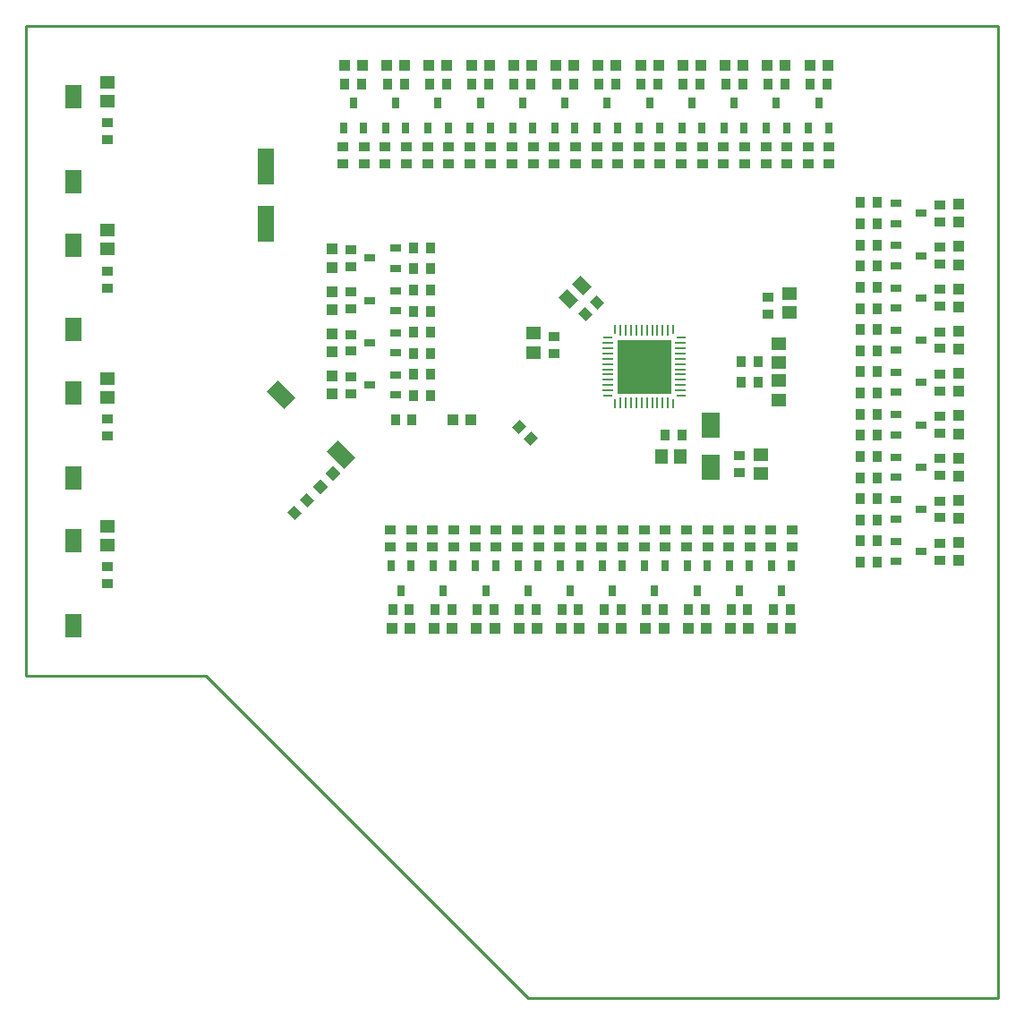
<source format=gtp>
G04*
G04 #@! TF.GenerationSoftware,Altium Limited,Altium Designer,19.1.8 (144)*
G04*
G04 Layer_Color=8421504*
%FSLAX24Y24*%
%MOIN*%
G70*
G01*
G75*
%ADD11C,0.0100*%
%ADD20R,0.2008X0.2008*%
%ADD21O,0.0098X0.0374*%
%ADD22O,0.0098X0.0413*%
%ADD23O,0.0374X0.0098*%
%ADD24O,0.0413X0.0098*%
%ADD25R,0.0571X0.0453*%
%ADD26R,0.0394X0.0354*%
%ADD27R,0.0354X0.0394*%
%ADD28R,0.0394X0.0394*%
%ADD29R,0.0315X0.0394*%
%ADD30R,0.0591X0.0906*%
G04:AMPARAMS|DCode=31|XSize=39.4mil|YSize=35.4mil|CornerRadius=0mil|HoleSize=0mil|Usage=FLASHONLY|Rotation=135.000|XOffset=0mil|YOffset=0mil|HoleType=Round|Shape=Rectangle|*
%AMROTATEDRECTD31*
4,1,4,0.0264,-0.0014,0.0014,-0.0264,-0.0264,0.0014,-0.0014,0.0264,0.0264,-0.0014,0.0*
%
%ADD31ROTATEDRECTD31*%

G04:AMPARAMS|DCode=32|XSize=39.4mil|YSize=35.4mil|CornerRadius=0mil|HoleSize=0mil|Usage=FLASHONLY|Rotation=225.000|XOffset=0mil|YOffset=0mil|HoleType=Round|Shape=Rectangle|*
%AMROTATEDRECTD32*
4,1,4,0.0014,0.0264,0.0264,0.0014,-0.0014,-0.0264,-0.0264,-0.0014,0.0014,0.0264,0.0*
%
%ADD32ROTATEDRECTD32*%

%ADD33P,0.0557X4X90.0*%
G04:AMPARAMS|DCode=34|XSize=90.6mil|YSize=59.1mil|CornerRadius=0mil|HoleSize=0mil|Usage=FLASHONLY|Rotation=315.000|XOffset=0mil|YOffset=0mil|HoleType=Round|Shape=Rectangle|*
%AMROTATEDRECTD34*
4,1,4,-0.0529,0.0111,-0.0111,0.0529,0.0529,-0.0111,0.0111,-0.0529,-0.0529,0.0111,0.0*
%
%ADD34ROTATEDRECTD34*%

%ADD35R,0.0669X0.0965*%
G04:AMPARAMS|DCode=36|XSize=57.1mil|YSize=45.3mil|CornerRadius=0mil|HoleSize=0mil|Usage=FLASHONLY|Rotation=135.000|XOffset=0mil|YOffset=0mil|HoleType=Round|Shape=Rectangle|*
%AMROTATEDRECTD36*
4,1,4,0.0362,-0.0042,0.0042,-0.0362,-0.0362,0.0042,-0.0042,0.0362,0.0362,-0.0042,0.0*
%
%ADD36ROTATEDRECTD36*%

%ADD37R,0.0453X0.0571*%
%ADD38R,0.0630X0.1378*%
%ADD39R,0.0394X0.0315*%
%ADD40R,0.0394X0.0394*%
D11*
X0Y36220D02*
X36220D01*
X-0Y12008D02*
X0Y36220D01*
X36220Y0D02*
X36220Y36220D01*
X-0Y12008D02*
X6705Y12008D01*
X18713Y-0D02*
X36220Y0D01*
X6705Y12008D02*
X18713Y-0D01*
D20*
X23031Y23524D02*
D03*
D21*
X21949Y24892D02*
D03*
X24114D02*
D03*
Y22156D02*
D03*
X21949D02*
D03*
D22*
X22146Y24872D02*
D03*
X22343D02*
D03*
X22539D02*
D03*
X22736D02*
D03*
X22933D02*
D03*
X23130D02*
D03*
X23327D02*
D03*
X23524D02*
D03*
X23720D02*
D03*
X23917D02*
D03*
Y22175D02*
D03*
X23720D02*
D03*
X23524D02*
D03*
X23327D02*
D03*
X23130D02*
D03*
X22933D02*
D03*
X22736D02*
D03*
X22539D02*
D03*
X22343D02*
D03*
X22146D02*
D03*
D23*
X24400Y24606D02*
D03*
Y22441D02*
D03*
X21663D02*
D03*
Y24606D02*
D03*
D24*
X24380Y24409D02*
D03*
Y24213D02*
D03*
Y24016D02*
D03*
Y23819D02*
D03*
Y23622D02*
D03*
Y23425D02*
D03*
Y23228D02*
D03*
Y23031D02*
D03*
Y22835D02*
D03*
Y22638D02*
D03*
X21683D02*
D03*
Y22835D02*
D03*
Y23031D02*
D03*
Y23228D02*
D03*
Y23425D02*
D03*
Y23622D02*
D03*
Y23819D02*
D03*
Y24016D02*
D03*
Y24213D02*
D03*
Y24409D02*
D03*
D25*
X28051Y24370D02*
D03*
Y23661D02*
D03*
X28051Y22283D02*
D03*
Y22992D02*
D03*
X18898Y24055D02*
D03*
Y24764D02*
D03*
X3051Y34114D02*
D03*
Y33406D02*
D03*
Y28602D02*
D03*
Y27894D02*
D03*
Y17579D02*
D03*
Y16870D02*
D03*
Y23091D02*
D03*
Y22382D02*
D03*
X28445Y26240D02*
D03*
Y25531D02*
D03*
X27362Y19528D02*
D03*
Y20236D02*
D03*
D26*
X19685Y24626D02*
D03*
Y23996D02*
D03*
X23819Y17441D02*
D03*
Y16811D02*
D03*
X23031Y16811D02*
D03*
Y17441D02*
D03*
X3051Y32598D02*
D03*
Y31969D02*
D03*
Y27087D02*
D03*
Y26457D02*
D03*
Y16063D02*
D03*
Y15433D02*
D03*
Y21575D02*
D03*
Y20945D02*
D03*
X26575Y20197D02*
D03*
Y19567D02*
D03*
X27657Y25472D02*
D03*
Y26102D02*
D03*
X12106Y27874D02*
D03*
Y27244D02*
D03*
Y26299D02*
D03*
Y25669D02*
D03*
Y24724D02*
D03*
Y24094D02*
D03*
Y23150D02*
D03*
Y22520D02*
D03*
X34055Y16319D02*
D03*
Y16949D02*
D03*
Y17894D02*
D03*
Y18524D02*
D03*
Y19469D02*
D03*
Y20098D02*
D03*
Y21043D02*
D03*
Y21673D02*
D03*
Y22618D02*
D03*
Y23248D02*
D03*
Y24193D02*
D03*
Y24823D02*
D03*
Y25768D02*
D03*
Y26398D02*
D03*
Y27343D02*
D03*
Y27972D02*
D03*
Y28917D02*
D03*
Y29547D02*
D03*
X13583Y16811D02*
D03*
Y17441D02*
D03*
X15157Y16811D02*
D03*
Y17441D02*
D03*
X16732Y16811D02*
D03*
Y17441D02*
D03*
X18307Y16811D02*
D03*
Y17441D02*
D03*
X19882Y16811D02*
D03*
Y17441D02*
D03*
X21457Y16811D02*
D03*
Y17441D02*
D03*
X24606Y16811D02*
D03*
Y17441D02*
D03*
X26181Y16811D02*
D03*
Y17441D02*
D03*
X27756Y16811D02*
D03*
Y17441D02*
D03*
X29921Y31713D02*
D03*
Y31083D02*
D03*
X28346Y31713D02*
D03*
Y31083D02*
D03*
X26772Y31713D02*
D03*
Y31083D02*
D03*
X25197Y31713D02*
D03*
Y31083D02*
D03*
X23622Y31713D02*
D03*
Y31083D02*
D03*
X22047Y31713D02*
D03*
Y31083D02*
D03*
X20472Y31713D02*
D03*
Y31083D02*
D03*
X18898Y31713D02*
D03*
Y31083D02*
D03*
X17323Y31713D02*
D03*
Y31083D02*
D03*
X15748Y31713D02*
D03*
Y31083D02*
D03*
X14173Y31713D02*
D03*
Y31083D02*
D03*
X12598Y31713D02*
D03*
Y31083D02*
D03*
X14370Y17441D02*
D03*
Y16811D02*
D03*
X15945Y17441D02*
D03*
Y16811D02*
D03*
X17520Y17441D02*
D03*
Y16811D02*
D03*
X19094Y17441D02*
D03*
Y16811D02*
D03*
X20669Y17441D02*
D03*
Y16811D02*
D03*
X22244Y17441D02*
D03*
Y16811D02*
D03*
X25394Y17441D02*
D03*
Y16811D02*
D03*
X26969Y17441D02*
D03*
Y16811D02*
D03*
X28543Y17441D02*
D03*
Y16811D02*
D03*
X29134Y31083D02*
D03*
Y31713D02*
D03*
X27559Y31083D02*
D03*
Y31713D02*
D03*
X25984Y31083D02*
D03*
Y31713D02*
D03*
X24409Y31083D02*
D03*
Y31713D02*
D03*
X22835Y31083D02*
D03*
Y31713D02*
D03*
X21260Y31083D02*
D03*
Y31713D02*
D03*
X19685Y31083D02*
D03*
Y31713D02*
D03*
X18110Y31083D02*
D03*
Y31713D02*
D03*
X16535Y31083D02*
D03*
Y31713D02*
D03*
X14961Y31083D02*
D03*
Y31713D02*
D03*
X13386Y31083D02*
D03*
Y31713D02*
D03*
X11811Y31083D02*
D03*
Y31713D02*
D03*
D27*
X27283Y23720D02*
D03*
X26654D02*
D03*
X27283Y22933D02*
D03*
X26654Y22933D02*
D03*
X23110Y14469D02*
D03*
X23740D02*
D03*
X13760Y21555D02*
D03*
X14390D02*
D03*
X23799Y20965D02*
D03*
X24429D02*
D03*
X13661Y14469D02*
D03*
X14291D02*
D03*
X15236D02*
D03*
X15866D02*
D03*
X16811D02*
D03*
X17441D02*
D03*
X18386D02*
D03*
X19016D02*
D03*
X19961D02*
D03*
X20591D02*
D03*
X21535D02*
D03*
X22165D02*
D03*
X24685D02*
D03*
X25315D02*
D03*
X26260D02*
D03*
X26890D02*
D03*
X27835D02*
D03*
X28465D02*
D03*
X29843Y34055D02*
D03*
X29213D02*
D03*
X28268D02*
D03*
X27638D02*
D03*
X26693D02*
D03*
X26063D02*
D03*
X25118D02*
D03*
X24488D02*
D03*
X23543D02*
D03*
X22913D02*
D03*
X21969D02*
D03*
X21339D02*
D03*
X20394D02*
D03*
X19764D02*
D03*
X18819D02*
D03*
X18189D02*
D03*
X17244D02*
D03*
X16614D02*
D03*
X15669D02*
D03*
X15039D02*
D03*
X14094D02*
D03*
X13465D02*
D03*
X12520D02*
D03*
X11890D02*
D03*
X14449Y27953D02*
D03*
X15079D02*
D03*
X14449Y26378D02*
D03*
X15079D02*
D03*
X14449Y24803D02*
D03*
X15079D02*
D03*
X14449Y23228D02*
D03*
X15079D02*
D03*
X31713Y16240D02*
D03*
X31083D02*
D03*
X31713Y17815D02*
D03*
X31083D02*
D03*
X31713Y19390D02*
D03*
X31083D02*
D03*
X31713Y20965D02*
D03*
X31083D02*
D03*
X31713Y22539D02*
D03*
X31083D02*
D03*
X31713Y24114D02*
D03*
X31083D02*
D03*
X31713Y25689D02*
D03*
X31083D02*
D03*
X31713Y27264D02*
D03*
X31083D02*
D03*
X31713Y28839D02*
D03*
X31083D02*
D03*
X15079Y27165D02*
D03*
X14449D02*
D03*
X15079Y25591D02*
D03*
X14449D02*
D03*
X15079Y24016D02*
D03*
X14449D02*
D03*
X15079Y22441D02*
D03*
X14449D02*
D03*
X31083Y17028D02*
D03*
X31713D02*
D03*
X31083Y18602D02*
D03*
X31713D02*
D03*
X31083Y20177D02*
D03*
X31713D02*
D03*
X31083Y21752D02*
D03*
X31713D02*
D03*
X31083Y23327D02*
D03*
X31713D02*
D03*
X31083Y24902D02*
D03*
X31713D02*
D03*
X31083Y26476D02*
D03*
X31713D02*
D03*
X31083Y28051D02*
D03*
X31713D02*
D03*
X31083Y29626D02*
D03*
X31713D02*
D03*
D28*
X23091Y13780D02*
D03*
X23760D02*
D03*
X16575Y21555D02*
D03*
X15905D02*
D03*
X13642Y13780D02*
D03*
X14311D02*
D03*
X15217D02*
D03*
X15886D02*
D03*
X16791D02*
D03*
X17461D02*
D03*
X18366D02*
D03*
X19035D02*
D03*
X19941D02*
D03*
X20610D02*
D03*
X21516D02*
D03*
X22185D02*
D03*
X24665D02*
D03*
X25335D02*
D03*
X26240D02*
D03*
X26909D02*
D03*
X27815D02*
D03*
X28484D02*
D03*
X29862Y34744D02*
D03*
X29193D02*
D03*
X28287D02*
D03*
X27618D02*
D03*
X26713D02*
D03*
X26043D02*
D03*
X25138D02*
D03*
X24468D02*
D03*
X23563D02*
D03*
X22894D02*
D03*
X21988D02*
D03*
X21319D02*
D03*
X20413D02*
D03*
X19744D02*
D03*
X18839D02*
D03*
X18169D02*
D03*
X17264D02*
D03*
X16594D02*
D03*
X15689D02*
D03*
X15020D02*
D03*
X14114D02*
D03*
X13445D02*
D03*
X12539D02*
D03*
X11870D02*
D03*
D29*
X23799Y16122D02*
D03*
X23051D02*
D03*
X23425Y15177D02*
D03*
X14350Y16122D02*
D03*
X13602D02*
D03*
X13976Y15177D02*
D03*
X15925Y16122D02*
D03*
X15177D02*
D03*
X15551Y15177D02*
D03*
X17500Y16122D02*
D03*
X16752D02*
D03*
X17126Y15177D02*
D03*
X19075Y16122D02*
D03*
X18327D02*
D03*
X18701Y15177D02*
D03*
X20650Y16122D02*
D03*
X19902D02*
D03*
X20276Y15177D02*
D03*
X22224Y16122D02*
D03*
X21476D02*
D03*
X21850Y15177D02*
D03*
X25374Y16122D02*
D03*
X24626D02*
D03*
X25000Y15177D02*
D03*
X26949Y16122D02*
D03*
X26201D02*
D03*
X26575Y15177D02*
D03*
X28524Y16122D02*
D03*
X27776D02*
D03*
X28150Y15177D02*
D03*
X29154Y32402D02*
D03*
X29902D02*
D03*
X29528Y33346D02*
D03*
X27579Y32402D02*
D03*
X28327D02*
D03*
X27953Y33346D02*
D03*
X26004Y32402D02*
D03*
X26752D02*
D03*
X26378Y33346D02*
D03*
X24429Y32402D02*
D03*
X25177D02*
D03*
X24803Y33346D02*
D03*
X22854Y32402D02*
D03*
X23602D02*
D03*
X23228Y33346D02*
D03*
X21280Y32402D02*
D03*
X22028D02*
D03*
X21654Y33346D02*
D03*
X19705Y32402D02*
D03*
X20453D02*
D03*
X20079Y33346D02*
D03*
X18130Y32402D02*
D03*
X18878D02*
D03*
X18504Y33346D02*
D03*
X16555Y32402D02*
D03*
X17303D02*
D03*
X16929Y33346D02*
D03*
X14980Y32402D02*
D03*
X15728D02*
D03*
X15354Y33346D02*
D03*
X13406Y32402D02*
D03*
X14154D02*
D03*
X13780Y33346D02*
D03*
X11831Y32402D02*
D03*
X12579D02*
D03*
X12205Y33346D02*
D03*
D30*
X1772Y30413D02*
D03*
Y33563D02*
D03*
Y24902D02*
D03*
Y28051D02*
D03*
Y13878D02*
D03*
Y17028D02*
D03*
Y19390D02*
D03*
Y22539D02*
D03*
D31*
X10014Y18084D02*
D03*
X10459Y18530D02*
D03*
X20840Y25466D02*
D03*
X21286Y25912D02*
D03*
D32*
X18825Y20840D02*
D03*
X18380Y21286D02*
D03*
D33*
X11457Y19528D02*
D03*
X10984Y19055D02*
D03*
D34*
X9516Y22472D02*
D03*
X11743Y20245D02*
D03*
D35*
X25492Y19783D02*
D03*
Y21358D02*
D03*
D36*
X20723Y26530D02*
D03*
X20222Y26029D02*
D03*
D37*
X24370Y20177D02*
D03*
X23661D02*
D03*
D38*
X8957Y28858D02*
D03*
Y30984D02*
D03*
D39*
X13760Y27185D02*
D03*
Y27933D02*
D03*
X12815Y27559D02*
D03*
X13760Y25610D02*
D03*
Y26358D02*
D03*
X12815Y25984D02*
D03*
X13760Y24035D02*
D03*
Y24783D02*
D03*
X12815Y24409D02*
D03*
X13760Y22461D02*
D03*
Y23209D02*
D03*
X12815Y22835D02*
D03*
X32402Y17008D02*
D03*
Y16260D02*
D03*
X33346Y16634D02*
D03*
X32402Y18583D02*
D03*
Y17835D02*
D03*
X33346Y18209D02*
D03*
X32402Y20157D02*
D03*
Y19409D02*
D03*
X33346Y19783D02*
D03*
X32402Y21732D02*
D03*
Y20984D02*
D03*
X33346Y21358D02*
D03*
X32402Y23307D02*
D03*
Y22559D02*
D03*
X33346Y22933D02*
D03*
X32402Y24882D02*
D03*
Y24134D02*
D03*
X33346Y24508D02*
D03*
X32402Y26457D02*
D03*
Y25709D02*
D03*
X33346Y26083D02*
D03*
X32402Y28031D02*
D03*
Y27283D02*
D03*
X33346Y27657D02*
D03*
X32402Y29606D02*
D03*
Y28858D02*
D03*
X33346Y29232D02*
D03*
D40*
X11417Y27894D02*
D03*
Y27224D02*
D03*
Y26319D02*
D03*
Y25650D02*
D03*
Y24744D02*
D03*
Y24075D02*
D03*
Y23169D02*
D03*
Y22500D02*
D03*
X34744Y16299D02*
D03*
Y16969D02*
D03*
Y17874D02*
D03*
Y18543D02*
D03*
Y19449D02*
D03*
Y20118D02*
D03*
Y21024D02*
D03*
Y21693D02*
D03*
Y22598D02*
D03*
Y23268D02*
D03*
Y24173D02*
D03*
Y24843D02*
D03*
Y25748D02*
D03*
Y26417D02*
D03*
Y27323D02*
D03*
Y27992D02*
D03*
Y28898D02*
D03*
Y29567D02*
D03*
M02*

</source>
